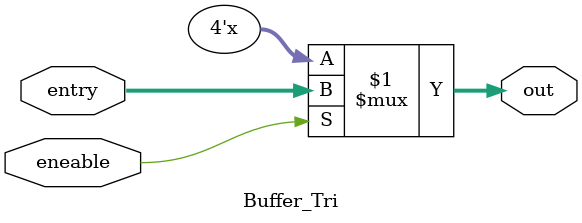
<source format=v>
module Buffer_Tri (input eneable, input [3:0] entry, output [3:0] out);
  assign out = eneable?entry: 4'bzzzz;
endmodule

</source>
